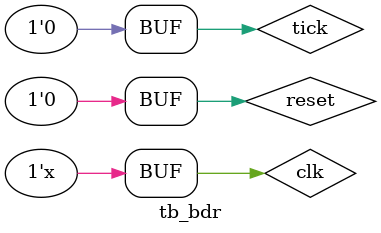
<source format=v>
`timescale 10ns / 1ps

module tb_bdr;
localparam N_BITS = 8;
localparam N_COUNT = 163;
reg clk;
reg reset;
reg tick;
always #1 clk = ~clk;

initial begin
    $dumpfile("dump.vcd"); $dumpvars;
    clk = 0;
    reset = 0;
    tick = 0;

    #1 reset = 1;

    #1 reset = 0;

end


baudrategen #(
    .N_BITS(N_BITS),
    .N_COUNT(N_COUNT)
)
u_baudrategen(
    .clock(clk),
    .reset(reset),
    .tick(tick)
);

endmodule

</source>
